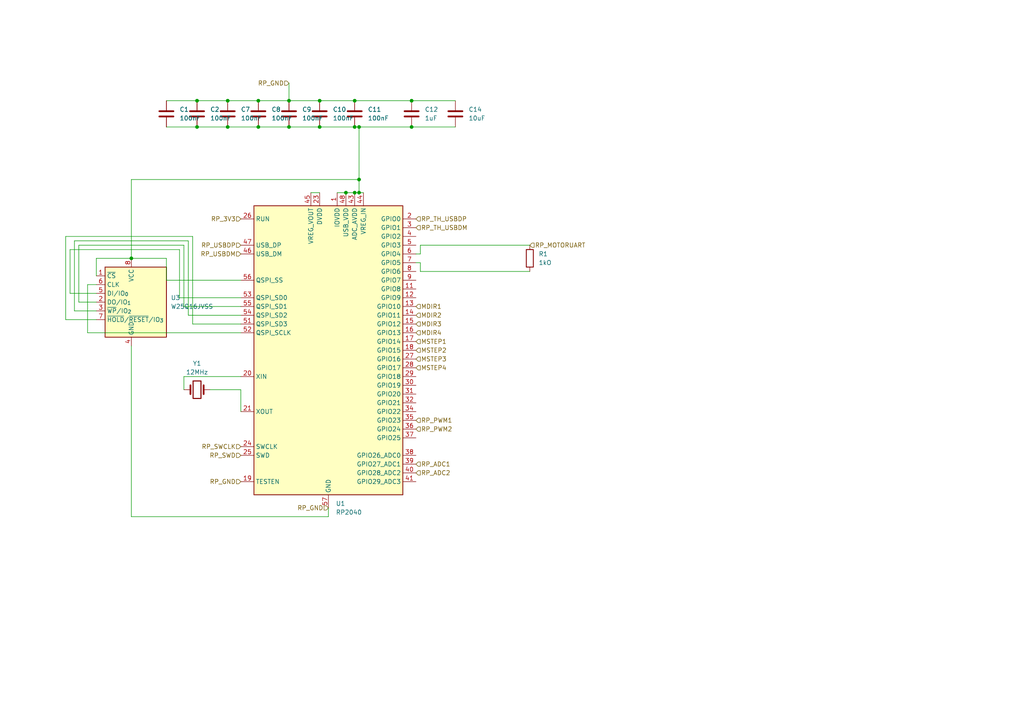
<source format=kicad_sch>
(kicad_sch (version 20250114) (generator "eeschema") (generator_version "9.0")
  (paper "A4")
  (lib_symbols
    (symbol "Device:C" (pin_numbers (hide yes)) (pin_names (offset 0.254))
      (property "Reference" "C" (at 0.635 2.54 0))
      (property "Value" "C" (at 0.635 -2.54 0))
      (symbol "C_0_1"
        (polyline (pts (xy -2.032 0.762) (xy 2.032 0.762)) (stroke (width 0.508)))
        (polyline (pts (xy -2.032 -0.762) (xy 2.032 -0.762)) (stroke (width 0.508)))
      )
      (symbol "C_1_1"
        (pin passive line (at 0 3.81 270) (length 2.794) (name "~") (number "1"))
        (pin passive line (at 0 -3.81 90) (length 2.794) (name "~") (number "2"))
      )
    )
    (symbol "Device:Crystal" (pin_numbers (hide yes)) (pin_names (offset 1.016) (hide yes))
      (property "Reference" "Y" (at 0 3.81 0))
      (property "Value" "Crystal" (at 0 -3.81 0))
      (symbol "Crystal_0_1"
        (polyline (pts (xy -2.54 0) (xy -1.905 0)))
        (polyline (pts (xy -1.905 -1.27) (xy -1.905 1.27)) (stroke (width 0.508)))
        (rectangle (start -1.143 2.54) (end 1.143 -2.54) (stroke (width 0.3048)))
        (polyline (pts (xy 1.905 -1.27) (xy 1.905 1.27)) (stroke (width 0.508)))
        (polyline (pts (xy 2.54 0) (xy 1.905 0)))
      )
      (symbol "Crystal_1_1"
        (pin passive line (at -3.81 0 0) (length 1.27) (name "1") (number "1"))
        (pin passive line (at 3.81 0 180) (length 1.27) (name "2") (number "2"))
      )
    )
    (symbol "Device:R" (pin_numbers (hide yes)) (pin_names (offset 0))
      (property "Reference" "R" (at 2.032 0 90))
      (property "Value" "R" (at 0 0 90))
      (symbol "R_0_1"
        (rectangle (start -1.016 -2.54) (end 1.016 2.54) (stroke (width 0.254)))
      )
      (symbol "R_1_1"
        (pin passive line (at 0 3.81 270) (length 1.27) (name "~") (number "1"))
        (pin passive line (at 0 -3.81 90) (length 1.27) (name "~") (number "2"))
      )
    )
    (symbol "MCU_RaspberryPi:RP2040"
      (property "Reference" "U" (at 17.78 45.72 0))
      (property "Value" "RP2040" (at 17.78 43.18 0))
      (symbol "RP2040_0_1"
        (rectangle (start -21.59 41.91) (end 21.59 -41.91) (stroke (width 0.254)) (fill (type background)))
      )
      (symbol "RP2040_1_1"
        (pin input line (at -25.4 38.1 0) (length 3.81) (name "RUN") (number "26"))
        (pin bidirectional line (at -25.4 30.48 0) (length 3.81) (name "USB_DP") (number "47"))
        (pin bidirectional line (at -25.4 27.94 0) (length 3.81) (name "USB_DM") (number "46"))
        (pin bidirectional line (at -25.4 20.32 0) (length 3.81) (name "QSPI_SS") (number "56"))
        (pin bidirectional line (at -25.4 15.24 0) (length 3.81) (name "QSPI_SD0") (number "53"))
        (pin bidirectional line (at -25.4 12.7 0) (length 3.81) (name "QSPI_SD1") (number "55"))
        (pin bidirectional line (at -25.4 10.16 0) (length 3.81) (name "QSPI_SD2") (number "54"))
        (pin bidirectional line (at -25.4 7.62 0) (length 3.81) (name "QSPI_SD3") (number "51"))
        (pin output line (at -25.4 5.08 0) (length 3.81) (name "QSPI_SCLK") (number "52"))
        (pin input line (at -25.4 -7.62 0) (length 3.81) (name "XIN") (number "20"))
        (pin passive line (at -25.4 -17.78 0) (length 3.81) (name "XOUT") (number "21"))
        (pin input line (at -25.4 -27.94 0) (length 3.81) (name "SWCLK") (number "24"))
        (pin bidirectional line (at -25.4 -30.48 0) (length 3.81) (name "SWD") (number "25"))
        (pin input line (at -25.4 -38.1 0) (length 3.81) (name "TESTEN") (number "19"))
        (pin power_out line (at -5.08 45.72 270) (length 3.81) (name "VREG_VOUT") (number "45"))
        (pin power_in line (at -2.54 45.72 270) (length 3.81) (name "DVDD") (number "23"))
        (pin passive line (at -2.54 45.72 270) (length 3.81) (hide yes) (name "DVDD") (number "50"))
        (pin power_in line (at 0 -45.72 90) (length 3.81) (name "GND") (number "57"))
        (pin power_in line (at 2.54 45.72 270) (length 3.81) (name "IOVDD") (number "1"))
        (pin passive line (at 2.54 45.72 270) (length 3.81) (hide yes) (name "IOVDD") (number "10"))
        (pin passive line (at 2.54 45.72 270) (length 3.81) (hide yes) (name "IOVDD") (number "22"))
        (pin passive line (at 2.54 45.72 270) (length 3.81) (hide yes) (name "IOVDD") (number "33"))
        (pin passive line (at 2.54 45.72 270) (length 3.81) (hide yes) (name "IOVDD") (number "42"))
        (pin passive line (at 2.54 45.72 270) (length 3.81) (hide yes) (name "IOVDD") (number "49"))
        (pin power_in line (at 5.08 45.72 270) (length 3.81) (name "USB_VDD") (number "48"))
        (pin power_in line (at 7.62 45.72 270) (length 3.81) (name "ADC_AVDD") (number "43"))
        (pin power_in line (at 10.16 45.72 270) (length 3.81) (name "VREG_IN") (number "44"))
        (pin bidirectional line (at 25.4 38.1 180) (length 3.81) (name "GPIO0") (number "2"))
        (pin bidirectional line (at 25.4 35.56 180) (length 3.81) (name "GPIO1") (number "3"))
        (pin bidirectional line (at 25.4 33.02 180) (length 3.81) (name "GPIO2") (number "4"))
        (pin bidirectional line (at 25.4 30.48 180) (length 3.81) (name "GPIO3") (number "5"))
        (pin bidirectional line (at 25.4 27.94 180) (length 3.81) (name "GPIO4") (number "6"))
        (pin bidirectional line (at 25.4 25.4 180) (length 3.81) (name "GPIO5") (number "7"))
        (pin bidirectional line (at 25.4 22.86 180) (length 3.81) (name "GPIO6") (number "8"))
        (pin bidirectional line (at 25.4 20.32 180) (length 3.81) (name "GPIO7") (number "9"))
        (pin bidirectional line (at 25.4 17.78 180) (length 3.81) (name "GPIO8") (number "11"))
        (pin bidirectional line (at 25.4 15.24 180) (length 3.81) (name "GPIO9") (number "12"))
        (pin bidirectional line (at 25.4 12.7 180) (length 3.81) (name "GPIO10") (number "13"))
        (pin bidirectional line (at 25.4 10.16 180) (length 3.81) (name "GPIO11") (number "14"))
        (pin bidirectional line (at 25.4 7.62 180) (length 3.81) (name "GPIO12") (number "15"))
        (pin bidirectional line (at 25.4 5.08 180) (length 3.81) (name "GPIO13") (number "16"))
        (pin bidirectional line (at 25.4 2.54 180) (length 3.81) (name "GPIO14") (number "17"))
        (pin bidirectional line (at 25.4 0 180) (length 3.81) (name "GPIO15") (number "18"))
        (pin bidirectional line (at 25.4 -2.54 180) (length 3.81) (name "GPIO16") (number "27"))
        (pin bidirectional line (at 25.4 -5.08 180) (length 3.81) (name "GPIO17") (number "28"))
        (pin bidirectional line (at 25.4 -7.62 180) (length 3.81) (name "GPIO18") (number "29"))
        (pin bidirectional line (at 25.4 -10.16 180) (length 3.81) (name "GPIO19") (number "30"))
        (pin bidirectional line (at 25.4 -12.7 180) (length 3.81) (name "GPIO20") (number "31"))
        (pin bidirectional line (at 25.4 -15.24 180) (length 3.81) (name "GPIO21") (number "32"))
        (pin bidirectional line (at 25.4 -17.78 180) (length 3.81) (name "GPIO22") (number "34"))
        (pin bidirectional line (at 25.4 -20.32 180) (length 3.81) (name "GPIO23") (number "35"))
        (pin bidirectional line (at 25.4 -22.86 180) (length 3.81) (name "GPIO24") (number "36"))
        (pin bidirectional line (at 25.4 -25.4 180) (length 3.81) (name "GPIO25") (number "37"))
        (pin bidirectional line (at 25.4 -30.48 180) (length 3.81) (name "GPIO26_ADC0") (number "38"))
        (pin bidirectional line (at 25.4 -33.02 180) (length 3.81) (name "GPIO27_ADC1") (number "39"))
        (pin bidirectional line (at 25.4 -35.56 180) (length 3.81) (name "GPIO28_ADC2") (number "40"))
        (pin bidirectional line (at 25.4 -38.1 180) (length 3.81) (name "GPIO29_ADC3") (number "41"))
      )
    )
    (symbol "Memory_Flash:W25Q16JVSS"
      (property "Reference" "U" (at -6.35 11.43 0))
      (property "Value" "W25Q16JVSS" (at 7.62 11.43 0))
      (symbol "W25Q16JVSS_0_1"
        (rectangle (start -7.62 10.16) (end 10.16 -10.16) (stroke (width 0.254)) (fill (type background)))
      )
      (symbol "W25Q16JVSS_1_1"
        (pin input line (at -10.16 7.62 0) (length 2.54) (name "~{CS}") (number "1"))
        (pin input line (at -10.16 5.08 0) (length 2.54) (name "CLK") (number "6"))
        (pin bidirectional line (at -10.16 2.54 0) (length 2.54) (name "DI/IO_{0}") (number "5"))
        (pin bidirectional line (at -10.16 0 0) (length 2.54) (name "DO/IO_{1}") (number "2"))
        (pin bidirectional line (at -10.16 -2.54 0) (length 2.54) (name "~{WP}/IO_{2}") (number "3"))
        (pin bidirectional line (at -10.16 -5.08 0) (length 2.54) (name "~{HOLD}/~{RESET}/IO_{3}") (number "7"))
        (pin power_in line (at 0 12.7 270) (length 2.54) (name "VCC") (number "8"))
        (pin power_in line (at 0 -12.7 90) (length 2.54) (name "GND") (number "4"))
      )
    )
  )
  (junction (at 66.04 36.83))
  (junction (at 83.82 29.21))
  (junction (at 38.1 74.93))
  (junction (at 102.87 36.83))
  (junction (at 119.38 36.83))
  (junction (at 57.15 29.21))
  (junction (at 104.14 36.83))
  (junction (at 119.38 29.21))
  (junction (at 104.14 52.07))
  (junction (at 102.87 55.88))
  (junction (at 92.71 29.21))
  (junction (at 100.33 55.88))
  (junction (at 74.93 36.83))
  (junction (at 92.71 36.83))
  (junction (at 66.04 29.21))
  (junction (at 57.15 36.83))
  (junction (at 102.87 29.21))
  (junction (at 104.14 55.88))
  (junction (at 83.82 36.83))
  (junction (at 74.93 29.21))
  (wire (pts (xy 153.67 78.74) (xy 121.92 78.74)))
  (wire (pts (xy 69.85 81.28) (xy 48.26 81.28)))
  (wire (pts (xy 90.17 55.88) (xy 92.71 55.88)))
  (wire (pts (xy 19.05 68.58) (xy 19.05 92.71)))
  (wire (pts (xy 83.82 36.83) (xy 92.71 36.83)))
  (wire (pts (xy 104.14 55.88) (xy 105.41 55.88)))
  (wire (pts (xy 19.05 92.71) (xy 27.94 92.71)))
  (wire (pts (xy 69.85 93.98) (xy 55.88 93.98)))
  (wire (pts (xy 53.34 71.12) (xy 22.86 71.12)))
  (wire (pts (xy 66.04 36.83) (xy 74.93 36.83)))
  (wire (pts (xy 69.85 86.36) (xy 52.07 86.36)))
  (wire (pts (xy 20.32 85.09) (xy 27.94 85.09)))
  (wire (pts (xy 22.86 87.63) (xy 27.94 87.63)))
  (wire (pts (xy 53.34 109.22) (xy 53.34 113.03)))
  (wire (pts (xy 25.4 82.55) (xy 27.94 82.55)))
  (wire (pts (xy 92.71 29.21) (xy 102.87 29.21)))
  (wire (pts (xy 55.88 93.98) (xy 55.88 68.58)))
  (wire (pts (xy 52.07 72.39) (xy 20.32 72.39)))
  (wire (pts (xy 54.61 91.44) (xy 54.61 69.85)))
  (wire (pts (xy 83.82 29.21) (xy 92.71 29.21)))
  (wire (pts (xy 69.85 109.22) (xy 53.34 109.22)))
  (wire (pts (xy 102.87 29.21) (xy 119.38 29.21)))
  (wire (pts (xy 97.79 55.88) (xy 100.33 55.88)))
  (wire (pts (xy 27.94 74.93) (xy 27.94 80.01)))
  (wire (pts (xy 38.1 74.93) (xy 27.94 74.93)))
  (wire (pts (xy 100.33 55.88) (xy 102.87 55.88)))
  (wire (pts (xy 69.85 91.44) (xy 54.61 91.44)))
  (wire (pts (xy 104.14 36.83) (xy 119.38 36.83)))
  (wire (pts (xy 22.86 71.12) (xy 22.86 87.63)))
  (wire (pts (xy 60.96 113.03) (xy 69.85 113.03)))
  (wire (pts (xy 52.07 86.36) (xy 52.07 72.39)))
  (wire (pts (xy 48.26 81.28) (xy 48.26 74.93)))
  (wire (pts (xy 57.15 36.83) (xy 66.04 36.83)))
  (wire (pts (xy 21.59 69.85) (xy 21.59 90.17)))
  (wire (pts (xy 121.92 78.74) (xy 121.92 76.2)))
  (wire (pts (xy 95.25 149.86) (xy 38.1 149.86)))
  (wire (pts (xy 38.1 52.07) (xy 104.14 52.07)))
  (wire (pts (xy 102.87 55.88) (xy 104.14 55.88)))
  (wire (pts (xy 48.26 29.21) (xy 57.15 29.21)))
  (wire (pts (xy 54.61 69.85) (xy 21.59 69.85)))
  (wire (pts (xy 53.34 88.9) (xy 53.34 71.12)))
  (wire (pts (xy 121.92 71.12) (xy 121.92 73.66)))
  (wire (pts (xy 66.04 29.21) (xy 74.93 29.21)))
  (wire (pts (xy 119.38 29.21) (xy 132.08 29.21)))
  (wire (pts (xy 48.26 36.83) (xy 57.15 36.83)))
  (wire (pts (xy 104.14 52.07) (xy 104.14 55.88)))
  (wire (pts (xy 92.71 36.83) (xy 102.87 36.83)))
  (wire (pts (xy 57.15 29.21) (xy 66.04 29.21)))
  (wire (pts (xy 38.1 74.93) (xy 38.1 52.07)))
  (wire (pts (xy 48.26 74.93) (xy 38.1 74.93)))
  (wire (pts (xy 102.87 36.83) (xy 104.14 36.83)))
  (wire (pts (xy 95.25 147.32) (xy 95.25 149.86)))
  (wire (pts (xy 25.4 96.52) (xy 25.4 82.55)))
  (wire (pts (xy 74.93 36.83) (xy 83.82 36.83)))
  (wire (pts (xy 69.85 113.03) (xy 69.85 119.38)))
  (wire (pts (xy 121.92 76.2) (xy 120.65 76.2)))
  (wire (pts (xy 119.38 36.83) (xy 132.08 36.83)))
  (wire (pts (xy 153.67 71.12) (xy 121.92 71.12)))
  (wire (pts (xy 55.88 68.58) (xy 19.05 68.58)))
  (wire (pts (xy 69.85 96.52) (xy 25.4 96.52)))
  (wire (pts (xy 20.32 72.39) (xy 20.32 85.09)))
  (wire (pts (xy 74.93 29.21) (xy 83.82 29.21)))
  (wire (pts (xy 21.59 90.17) (xy 27.94 90.17)))
  (wire (pts (xy 69.85 88.9) (xy 53.34 88.9)))
  (wire (pts (xy 83.82 24.13) (xy 83.82 29.21)))
  (wire (pts (xy 38.1 149.86) (xy 38.1 100.33)))
  (wire (pts (xy 104.14 36.83) (xy 104.14 52.07)))
  (wire (pts (xy 121.92 73.66) (xy 120.65 73.66)))
  (hierarchical_label "RP_USBDP" (shape input) (at 69.85 71.12 180))
  (hierarchical_label "RP_TH_USBDP" (shape input) (at 120.65 63.5 0))
  (hierarchical_label "RP_GND" (shape input) (at 83.82 24.13 180))
  (hierarchical_label "RP_GND" (shape input) (at 95.25 147.32 180))
  (hierarchical_label "MSTEP3" (shape input) (at 120.65 104.14 0))
  (hierarchical_label "MDIR3" (shape input) (at 120.65 93.98 0))
  (hierarchical_label "RP_ADC1" (shape input) (at 120.65 134.62 0))
  (hierarchical_label "RP_3V3" (shape input) (at 69.85 63.5 180))
  (hierarchical_label "MSTEP1" (shape input) (at 120.65 99.06 0))
  (hierarchical_label "RP_SWCLK" (shape input) (at 69.85 129.54 180))
  (hierarchical_label "RP_MOTORUART" (shape input) (at 153.67 71.12 0))
  (hierarchical_label "RP_SWD" (shape input) (at 69.85 132.08 180))
  (hierarchical_label "RP_PWM2" (shape input) (at 120.65 124.46 0))
  (hierarchical_label "MDIR4" (shape input) (at 120.65 96.52 0))
  (hierarchical_label "MSTEP2" (shape input) (at 120.65 101.6 0))
  (hierarchical_label "RP_ADC2" (shape input) (at 120.65 137.16 0))
  (hierarchical_label "RP_GND" (shape input) (at 69.85 139.7 180))
  (hierarchical_label "MDIR1" (shape input) (at 120.65 88.9 0))
  (hierarchical_label "MDIR2" (shape input) (at 120.65 91.44 0))
  (hierarchical_label "RP_TH_USBDM" (shape input) (at 120.65 66.04 0))
  (hierarchical_label "MSTEP4" (shape input) (at 120.65 106.68 0))
  (hierarchical_label "RP_USBDM" (shape input) (at 69.85 73.66 180))
  (hierarchical_label "RP_PWM1" (shape input) (at 120.65 121.92 0))
  (symbol (lib_id "Device:C") (at 57.15 33.02 0) (unit 1)
    (property "Reference" "C2" (at 60.96 31.7499 0) (effects (justify left)))
    (property "Value" "100nF" (at 60.96 34.2899 0) (effects (justify left)))
    (property "Description" "Unpolarized capacitor" (effects (hide yes)))
  )
  (symbol (lib_id "Device:C") (at 119.38 33.02 0) (unit 1)
    (property "Reference" "C12" (at 123.19 31.7499 0) (effects (justify left)))
    (property "Value" "1uF" (at 123.19 34.2899 0) (effects (justify left)))
    (property "Description" "Unpolarized capacitor" (effects (hide yes)))
  )
  (symbol (lib_id "MCU_RaspberryPi:RP2040") (at 95.25 101.6 0) (unit 1)
    (property "Reference" "U1" (at 97.3933 146.05 0) (effects (justify left)))
    (property "Value" "RP2040" (at 97.3933 148.59 0) (effects (justify left)))
    (property "Footprint" "Package_DFN_QFN:QFN-56-1EP_7x7mm_P0.4mm_EP3.2x3.2mm" (effects (hide yes)))
    (property "Datasheet" "https://datasheets.raspberrypi.com/rp2040/rp2040-datasheet.pdf" (effects (hide yes)))
    (property "Description" "A microcontroller by Raspberry Pi" (effects (hide yes)))
  )
  (symbol (lib_id "Device:R") (at 153.67 74.93 0) (unit 1)
    (property "Reference" "R1" (at 156.21 73.6599 0) (effects (justify left)))
    (property "Value" "1kO" (at 156.21 76.1999 0) (effects (justify left)))
    (property "Description" "Resistor" (effects (hide yes)))
  )
  (symbol (lib_id "Memory_Flash:W25Q16JVSS") (at 38.1 87.63 0) (unit 1)
    (property "Reference" "U3" (at 49.53 86.3599 0) (effects (justify left)))
    (property "Value" "W25Q16JVSS" (at 49.53 88.8999 0) (effects (justify left)))
    (property "Footprint" "Package_SO:SOIC-8_5.3x5.3mm_P1.27mm" (effects (hide yes)))
    (property "Datasheet" "https://www.winbond.com/hq/support/documentation/levelOne.jsp?__locale=en&DocNo=DA00-W25Q16JV.1" (effects (hide yes)))
    (property "Description" "16Mbit / 2MiB Serial Flash Memory, Standard/Dual/Quad SPI, 2.7-3.6V, SOIC-8 (208 mil)" (effects (hide yes)))
  )
  (symbol (lib_id "Device:C") (at 102.87 33.02 0) (unit 1)
    (property "Reference" "C11" (at 106.68 31.7499 0) (effects (justify left)))
    (property "Value" "100nF" (at 106.68 34.2899 0) (effects (justify left)))
    (property "Description" "Unpolarized capacitor" (effects (hide yes)))
  )
  (symbol (lib_id "Device:C") (at 66.04 33.02 0) (unit 1)
    (property "Reference" "C7" (at 69.85 31.7499 0) (effects (justify left)))
    (property "Value" "100nF" (at 69.85 34.2899 0) (effects (justify left)))
    (property "Description" "Unpolarized capacitor" (effects (hide yes)))
  )
  (symbol (lib_id "Device:C") (at 48.26 33.02 0) (unit 1)
    (property "Reference" "C1" (at 52.07 31.7499 0) (effects (justify left)))
    (property "Value" "100nF" (at 52.07 34.2899 0) (effects (justify left)))
    (property "Description" "Unpolarized capacitor" (effects (hide yes)))
  )
  (symbol (lib_id "Device:C") (at 92.71 33.02 0) (unit 1)
    (property "Reference" "C10" (at 96.52 31.7499 0) (effects (justify left)))
    (property "Value" "100nF" (at 96.52 34.2899 0) (effects (justify left)))
    (property "Description" "Unpolarized capacitor" (effects (hide yes)))
  )
  (symbol (lib_id "Device:C") (at 132.08 33.02 0) (unit 1)
    (property "Reference" "C14" (at 135.89 31.7499 0) (effects (justify left)))
    (property "Value" "10uF" (at 135.89 34.2899 0) (effects (justify left)))
    (property "Description" "Unpolarized capacitor" (effects (hide yes)))
  )
  (symbol (lib_id "Device:C") (at 83.82 33.02 0) (unit 1)
    (property "Reference" "C9" (at 87.63 31.7499 0) (effects (justify left)))
    (property "Value" "100nF" (at 87.63 34.2899 0) (effects (justify left)))
    (property "Description" "Unpolarized capacitor" (effects (hide yes)))
  )
  (symbol (lib_id "Device:Crystal") (at 57.15 113.03 0) (unit 1)
    (property "Reference" "Y1" (at 57.15 105.41 0))
    (property "Value" "12MHz" (at 57.15 107.95 0))
    (property "Description" "Two pin crystal" (effects (hide yes)))
  )
  (symbol (lib_id "Device:C") (at 74.93 33.02 0) (unit 1)
    (property "Reference" "C8" (at 78.74 31.7499 0) (effects (justify left)))
    (property "Value" "100nF" (at 78.74 34.2899 0) (effects (justify left)))
    (property "Description" "Unpolarized capacitor" (effects (hide yes)))
  )
)
</source>
